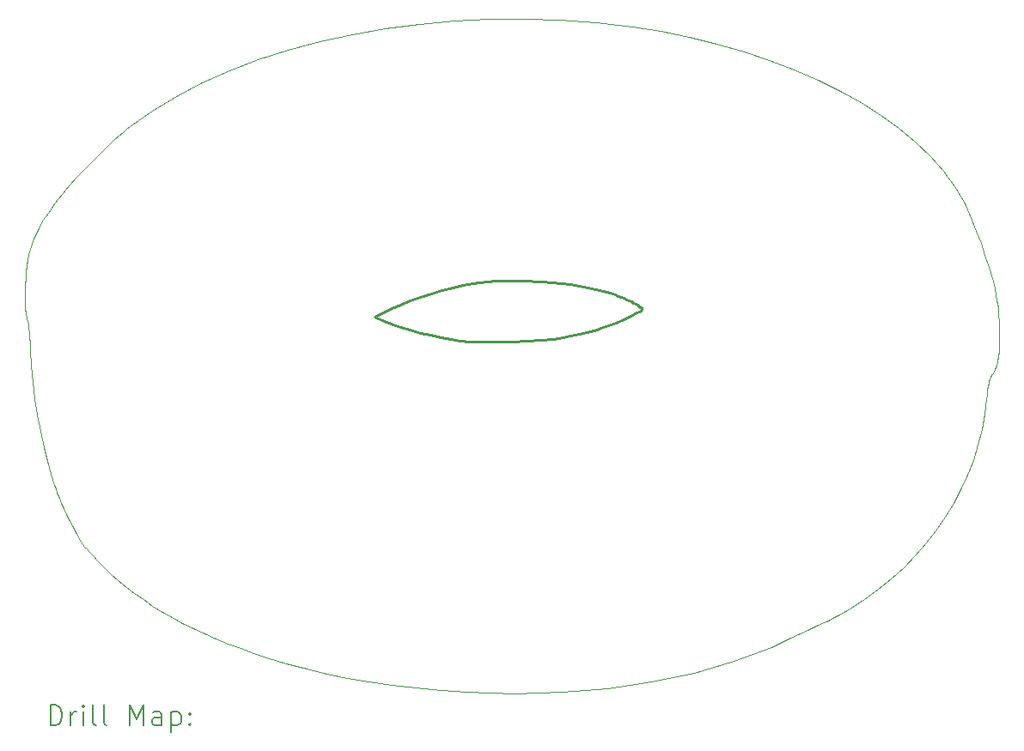
<source format=gbr>
%FSLAX45Y45*%
G04 Gerber Fmt 4.5, Leading zero omitted, Abs format (unit mm)*
G04 Created by KiCad (PCBNEW (6.0.2-0)) date 2022-12-05 13:59:55*
%MOMM*%
%LPD*%
G01*
G04 APERTURE LIST*
%TA.AperFunction,Profile*%
%ADD10C,0.100000*%
%TD*%
%TA.AperFunction,Profile*%
%ADD11C,0.220460*%
%TD*%
%ADD12C,0.200000*%
G04 APERTURE END LIST*
D10*
X20299638Y-9911788D02*
X20043849Y-9887612D01*
X20043849Y-9887612D02*
X19805123Y-9859851D01*
X19805123Y-9859851D02*
X19580564Y-9827962D01*
X19580564Y-9827962D02*
X19367278Y-9791404D01*
X19367278Y-9791404D02*
X19162371Y-9749634D01*
X19162371Y-9749634D02*
X18962947Y-9702111D01*
X18962947Y-9702111D02*
X18766111Y-9648291D01*
X18766111Y-9648291D02*
X18568971Y-9587633D01*
X18568971Y-9587633D02*
X18438670Y-9543946D01*
X18438670Y-9543946D02*
X18312483Y-9498678D01*
X18312483Y-9498678D02*
X18190373Y-9451808D01*
X18190373Y-9451808D02*
X18072304Y-9403315D01*
X18072304Y-9403315D02*
X17958240Y-9353179D01*
X17958240Y-9353179D02*
X17848143Y-9301380D01*
X17848143Y-9301380D02*
X17741976Y-9247896D01*
X17741976Y-9247896D02*
X17639704Y-9192708D01*
X17639704Y-9192708D02*
X17541288Y-9135795D01*
X17541288Y-9135795D02*
X17446694Y-9077137D01*
X17446694Y-9077137D02*
X17355883Y-9016712D01*
X17355883Y-9016712D02*
X17268820Y-8954501D01*
X17268820Y-8954501D02*
X17185467Y-8890482D01*
X17185467Y-8890482D02*
X17105788Y-8824636D01*
X17105788Y-8824636D02*
X17029746Y-8756943D01*
X17029746Y-8756943D02*
X16957305Y-8687380D01*
X16957305Y-8687380D02*
X16892465Y-8621927D01*
X16892465Y-8621927D02*
X16864811Y-8593188D01*
X16864811Y-8593188D02*
X16839863Y-8566454D01*
X16839863Y-8566454D02*
X16817269Y-8541237D01*
X16817269Y-8541237D02*
X16796678Y-8517049D01*
X16796678Y-8517049D02*
X16777736Y-8493399D01*
X16777736Y-8493399D02*
X16760090Y-8469800D01*
X16760090Y-8469800D02*
X16743390Y-8445763D01*
X16743390Y-8445763D02*
X16727281Y-8420799D01*
X16727281Y-8420799D02*
X16711412Y-8394418D01*
X16711412Y-8394418D02*
X16695430Y-8366132D01*
X16695430Y-8366132D02*
X16678983Y-8335453D01*
X16678983Y-8335453D02*
X16661718Y-8301890D01*
X16661718Y-8301890D02*
X16623324Y-8224161D01*
X16623324Y-8224161D02*
X16598038Y-8171242D01*
X16598038Y-8171242D02*
X16573159Y-8117524D01*
X16573159Y-8117524D02*
X16549322Y-8064492D01*
X16549322Y-8064492D02*
X16527165Y-8013635D01*
X16527165Y-8013635D02*
X16507325Y-7966439D01*
X16507325Y-7966439D02*
X16490438Y-7924390D01*
X16490438Y-7924390D02*
X16477140Y-7888975D01*
X16477140Y-7888975D02*
X16468070Y-7861681D01*
X16468070Y-7861681D02*
X16418594Y-7687011D01*
X16418594Y-7687011D02*
X16375632Y-7518115D01*
X16375632Y-7518115D02*
X16338916Y-7353434D01*
X16338916Y-7353434D02*
X16308177Y-7191413D01*
X16308177Y-7191413D02*
X16283146Y-7030492D01*
X16283146Y-7030492D02*
X16263553Y-6869115D01*
X16263553Y-6869115D02*
X16249130Y-6705725D01*
X16249130Y-6705725D02*
X16239609Y-6538765D01*
X16239609Y-6538765D02*
X16236887Y-6484639D01*
X16236887Y-6484639D02*
X16233432Y-6432257D01*
X16233432Y-6432257D02*
X16229385Y-6382899D01*
X16229385Y-6382899D02*
X16224888Y-6337849D01*
X16224888Y-6337849D02*
X16220081Y-6298386D01*
X16220081Y-6298386D02*
X16215105Y-6265792D01*
X16215105Y-6265792D02*
X16210102Y-6241349D01*
X16210102Y-6241349D02*
X16207635Y-6232584D01*
X16207635Y-6232584D02*
X16205213Y-6226338D01*
X16205213Y-6226338D02*
X16202659Y-6219799D01*
X16202659Y-6219799D02*
X16200325Y-6211215D01*
X16200325Y-6211215D02*
X16198213Y-6200659D01*
X16198213Y-6200659D02*
X16196328Y-6188205D01*
X16196328Y-6188205D02*
X16194672Y-6173928D01*
X16194672Y-6173928D02*
X16193248Y-6157901D01*
X16193248Y-6157901D02*
X16192060Y-6140198D01*
X16192060Y-6140198D02*
X16191110Y-6120893D01*
X16191110Y-6120893D02*
X16189936Y-6077773D01*
X16189936Y-6077773D02*
X16189753Y-6029133D01*
X16189753Y-6029133D02*
X16190584Y-5975564D01*
X16190584Y-5975564D02*
X16192453Y-5917657D01*
X16192453Y-5917657D02*
X16195983Y-5848889D01*
X16195983Y-5848889D02*
X16201035Y-5784352D01*
X16201035Y-5784352D02*
X16207838Y-5723477D01*
X16207838Y-5723477D02*
X16216622Y-5665695D01*
X16216622Y-5665695D02*
X16227616Y-5610436D01*
X16227616Y-5610436D02*
X16241051Y-5557132D01*
X16241051Y-5557132D02*
X16257156Y-5505213D01*
X16257156Y-5505213D02*
X16276160Y-5454110D01*
X16276160Y-5454110D02*
X16298293Y-5403255D01*
X16298293Y-5403255D02*
X16323785Y-5352078D01*
X16323785Y-5352078D02*
X16352866Y-5300009D01*
X16352866Y-5300009D02*
X16385764Y-5246481D01*
X16385764Y-5246481D02*
X16422710Y-5190924D01*
X16422710Y-5190924D02*
X16463933Y-5132768D01*
X16463933Y-5132768D02*
X16509663Y-5071445D01*
X16509663Y-5071445D02*
X16560129Y-5006386D01*
X16560129Y-5006386D02*
X16589096Y-4970749D01*
X16589096Y-4970749D02*
X16622449Y-4931661D01*
X16622449Y-4931661D02*
X16699982Y-4845443D01*
X16699982Y-4845443D02*
X16788071Y-4752364D01*
X16788071Y-4752364D02*
X16882058Y-4657058D01*
X16882058Y-4657058D02*
X16977287Y-4564155D01*
X16977287Y-4564155D02*
X17069102Y-4478289D01*
X17069102Y-4478289D02*
X17152844Y-4404090D01*
X17152844Y-4404090D02*
X17190232Y-4372815D01*
X17190232Y-4372815D02*
X17223857Y-4346193D01*
X17223857Y-4346193D02*
X17442838Y-4191713D01*
X17442838Y-4191713D02*
X17680051Y-4048437D01*
X17680051Y-4048437D02*
X17934173Y-3916624D01*
X17934173Y-3916624D02*
X18203879Y-3796539D01*
X18203879Y-3796539D02*
X18487843Y-3688443D01*
X18487843Y-3688443D02*
X18784743Y-3592599D01*
X18784743Y-3592599D02*
X19093253Y-3509269D01*
X19093253Y-3509269D02*
X19412048Y-3438715D01*
X19412048Y-3438715D02*
X19739805Y-3381200D01*
X19739805Y-3381200D02*
X20075199Y-3336986D01*
X20075199Y-3336986D02*
X20416906Y-3306335D01*
X20416906Y-3306335D02*
X20763600Y-3289510D01*
X20763600Y-3289510D02*
X21113958Y-3286773D01*
X21113958Y-3286773D02*
X21466656Y-3298387D01*
X21466656Y-3298387D02*
X21820367Y-3324614D01*
X21820367Y-3324614D02*
X22173769Y-3365715D01*
X22173769Y-3365715D02*
X22459136Y-3410922D01*
X22459136Y-3410922D02*
X22737939Y-3466738D01*
X22737939Y-3466738D02*
X23009268Y-3532682D01*
X23009268Y-3532682D02*
X23272216Y-3608275D01*
X23272216Y-3608275D02*
X23525873Y-3693035D01*
X23525873Y-3693035D02*
X23769331Y-3786484D01*
X23769331Y-3786484D02*
X24001681Y-3888141D01*
X24001681Y-3888141D02*
X24222013Y-3997525D01*
X24222013Y-3997525D02*
X24429420Y-4114156D01*
X24429420Y-4114156D02*
X24622991Y-4237554D01*
X24622991Y-4237554D02*
X24801819Y-4367239D01*
X24801819Y-4367239D02*
X24964995Y-4502731D01*
X24964995Y-4502731D02*
X25111610Y-4643549D01*
X25111610Y-4643549D02*
X25240754Y-4789213D01*
X25240754Y-4789213D02*
X25351520Y-4939244D01*
X25351520Y-4939244D02*
X25442997Y-5093159D01*
X25442997Y-5093159D02*
X25461567Y-5130183D01*
X25461567Y-5130183D02*
X25481218Y-5172262D01*
X25481218Y-5172262D02*
X25522876Y-5269092D01*
X25522876Y-5269092D02*
X25566199Y-5378669D01*
X25566199Y-5378669D02*
X25609414Y-5496014D01*
X25609414Y-5496014D02*
X25650748Y-5616144D01*
X25650748Y-5616144D02*
X25688426Y-5734081D01*
X25688426Y-5734081D02*
X25720677Y-5844844D01*
X25720677Y-5844844D02*
X25745727Y-5943452D01*
X25745727Y-5943452D02*
X25758755Y-6005744D01*
X25758755Y-6005744D02*
X25769756Y-6069800D01*
X25769756Y-6069800D02*
X25778750Y-6134983D01*
X25778750Y-6134983D02*
X25785754Y-6200656D01*
X25785754Y-6200656D02*
X25790787Y-6266180D01*
X25790787Y-6266180D02*
X25793867Y-6330919D01*
X25793867Y-6330919D02*
X25795012Y-6394235D01*
X25795012Y-6394235D02*
X25794242Y-6455491D01*
X25794242Y-6455491D02*
X25791572Y-6514049D01*
X25791572Y-6514049D02*
X25787024Y-6569272D01*
X25787024Y-6569272D02*
X25780614Y-6620523D01*
X25780614Y-6620523D02*
X25772360Y-6667164D01*
X25772360Y-6667164D02*
X25762282Y-6708558D01*
X25762282Y-6708558D02*
X25750397Y-6744067D01*
X25750397Y-6744067D02*
X25736724Y-6773054D01*
X25736724Y-6773054D02*
X25721281Y-6794881D01*
X25721281Y-6794881D02*
X25718901Y-6797673D01*
X25718901Y-6797673D02*
X25716570Y-6800735D01*
X25716570Y-6800735D02*
X25712053Y-6807678D01*
X25712053Y-6807678D02*
X25707727Y-6815726D01*
X25707727Y-6815726D02*
X25703588Y-6824900D01*
X25703588Y-6824900D02*
X25699632Y-6835216D01*
X25699632Y-6835216D02*
X25695853Y-6846693D01*
X25695853Y-6846693D02*
X25692249Y-6859349D01*
X25692249Y-6859349D02*
X25688815Y-6873202D01*
X25688815Y-6873202D02*
X25685546Y-6888271D01*
X25685546Y-6888271D02*
X25682439Y-6904572D01*
X25682439Y-6904572D02*
X25679489Y-6922125D01*
X25679489Y-6922125D02*
X25676692Y-6940947D01*
X25676692Y-6940947D02*
X25674044Y-6961057D01*
X25674044Y-6961057D02*
X25671541Y-6982473D01*
X25671541Y-6982473D02*
X25669179Y-7005212D01*
X25669179Y-7005212D02*
X25666952Y-7029293D01*
X25666952Y-7029293D02*
X25648382Y-7184918D01*
X25648382Y-7184918D02*
X25620112Y-7338538D01*
X25620112Y-7338538D02*
X25582346Y-7489838D01*
X25582346Y-7489838D02*
X25535288Y-7638506D01*
X25535288Y-7638506D02*
X25479141Y-7784227D01*
X25479141Y-7784227D02*
X25414110Y-7926687D01*
X25414110Y-7926687D02*
X25340398Y-8065573D01*
X25340398Y-8065573D02*
X25258210Y-8200571D01*
X25258210Y-8200571D02*
X25167748Y-8331366D01*
X25167748Y-8331366D02*
X25069218Y-8457646D01*
X25069218Y-8457646D02*
X24962822Y-8579096D01*
X24962822Y-8579096D02*
X24848765Y-8695402D01*
X24848765Y-8695402D02*
X24727250Y-8806250D01*
X24727250Y-8806250D02*
X24598482Y-8911328D01*
X24598482Y-8911328D02*
X24462664Y-9010320D01*
X24462664Y-9010320D02*
X24320000Y-9102913D01*
X24320000Y-9102913D02*
X24288327Y-9121936D01*
X24288327Y-9121936D02*
X24254568Y-9141591D01*
X24254568Y-9141591D02*
X24219763Y-9161313D01*
X24219763Y-9161313D02*
X24184951Y-9180533D01*
X24184951Y-9180533D02*
X24151173Y-9198686D01*
X24151173Y-9198686D02*
X24119469Y-9215206D01*
X24119469Y-9215206D02*
X24090878Y-9229524D01*
X24090878Y-9229524D02*
X24066441Y-9241074D01*
X24066441Y-9241074D02*
X24005861Y-9269016D01*
X24005861Y-9269016D02*
X23919816Y-9309329D01*
X23919816Y-9309329D02*
X23717172Y-9405493D01*
X23717172Y-9405493D02*
X23543269Y-9483982D01*
X23543269Y-9483982D02*
X23362350Y-9556479D01*
X23362350Y-9556479D02*
X23174785Y-9622932D01*
X23174785Y-9622932D02*
X22980943Y-9683284D01*
X22980943Y-9683284D02*
X22781193Y-9737481D01*
X22781193Y-9737481D02*
X22575905Y-9785469D01*
X22575905Y-9785469D02*
X22365448Y-9827193D01*
X22365448Y-9827193D02*
X22150190Y-9862597D01*
X22150190Y-9862597D02*
X21930502Y-9891628D01*
X21930502Y-9891628D02*
X21706752Y-9914231D01*
X21706752Y-9914231D02*
X21479310Y-9930350D01*
X21479310Y-9930350D02*
X21248545Y-9939932D01*
X21248545Y-9939932D02*
X21014826Y-9942921D01*
X21014826Y-9942921D02*
X20778522Y-9939264D01*
X20778522Y-9939264D02*
X20540003Y-9928904D01*
X20540003Y-9928904D02*
X20299638Y-9911788D01*
X20299638Y-9911788D02*
X20299638Y-9911788D01*
X20299638Y-9911788D02*
X20299638Y-9911788D01*
D11*
X21488181Y-6428899D02*
X21566426Y-6412952D01*
X21566426Y-6412952D02*
X21650614Y-6394680D01*
X21650614Y-6394680D02*
X21730634Y-6376340D01*
X21730634Y-6376340D02*
X21796373Y-6360184D01*
X21796373Y-6360184D02*
X21826983Y-6351587D01*
X21826983Y-6351587D02*
X21860856Y-6340900D01*
X21860856Y-6340900D02*
X21935502Y-6314532D01*
X21935502Y-6314532D02*
X22014529Y-6283628D01*
X22014529Y-6283628D02*
X22092155Y-6250734D01*
X22092155Y-6250734D02*
X22162596Y-6218399D01*
X22162596Y-6218399D02*
X22220070Y-6189169D01*
X22220070Y-6189169D02*
X22242137Y-6176515D01*
X22242137Y-6176515D02*
X22258795Y-6165592D01*
X22258795Y-6165592D02*
X22269319Y-6156720D01*
X22269319Y-6156720D02*
X22272056Y-6153152D01*
X22272056Y-6153152D02*
X22272988Y-6150216D01*
X22272988Y-6150216D02*
X22272470Y-6147757D01*
X22272470Y-6147757D02*
X22270941Y-6144936D01*
X22270941Y-6144936D02*
X22268442Y-6141773D01*
X22268442Y-6141773D02*
X22265012Y-6138288D01*
X22265012Y-6138288D02*
X22255518Y-6130431D01*
X22255518Y-6130431D02*
X22242779Y-6121522D01*
X22242779Y-6121522D02*
X22227112Y-6111722D01*
X22227112Y-6111722D02*
X22208835Y-6101187D01*
X22208835Y-6101187D02*
X22188266Y-6090078D01*
X22188266Y-6090078D02*
X22165724Y-6078553D01*
X22165724Y-6078553D02*
X22141527Y-6066770D01*
X22141527Y-6066770D02*
X22115992Y-6054888D01*
X22115992Y-6054888D02*
X22089438Y-6043066D01*
X22089438Y-6043066D02*
X22062183Y-6031462D01*
X22062183Y-6031462D02*
X22034545Y-6020235D01*
X22034545Y-6020235D02*
X22006843Y-6009543D01*
X22006843Y-6009543D02*
X21979393Y-5999546D01*
X21979393Y-5999546D02*
X21952515Y-5990401D01*
X21952515Y-5990401D02*
X21887173Y-5971025D01*
X21887173Y-5971025D02*
X21814639Y-5953126D01*
X21814639Y-5953126D02*
X21735912Y-5936774D01*
X21735912Y-5936774D02*
X21651991Y-5922038D01*
X21651991Y-5922038D02*
X21563875Y-5908988D01*
X21563875Y-5908988D02*
X21472563Y-5897694D01*
X21472563Y-5897694D02*
X21284344Y-5880648D01*
X21284344Y-5880648D02*
X21095327Y-5871457D01*
X21095327Y-5871457D02*
X21003016Y-5869981D01*
X21003016Y-5869981D02*
X20913502Y-5870677D01*
X20913502Y-5870677D02*
X20827783Y-5873614D01*
X20827783Y-5873614D02*
X20746859Y-5878862D01*
X20746859Y-5878862D02*
X20671728Y-5886491D01*
X20671728Y-5886491D02*
X20603389Y-5896570D01*
X20603389Y-5896570D02*
X20506581Y-5915618D01*
X20506581Y-5915618D02*
X20404412Y-5939556D01*
X20404412Y-5939556D02*
X20299110Y-5967687D01*
X20299110Y-5967687D02*
X20192902Y-5999313D01*
X20192902Y-5999313D02*
X20088014Y-6033738D01*
X20088014Y-6033738D02*
X19986674Y-6070265D01*
X19986674Y-6070265D02*
X19891108Y-6108198D01*
X19891108Y-6108198D02*
X19803544Y-6146839D01*
X19803544Y-6146839D02*
X19638179Y-6224234D01*
X19638179Y-6224234D02*
X19748422Y-6275646D01*
X19748422Y-6275646D02*
X19778133Y-6288619D01*
X19778133Y-6288619D02*
X19812411Y-6302033D01*
X19812411Y-6302033D02*
X19892555Y-6329642D01*
X19892555Y-6329642D02*
X19984638Y-6357400D01*
X19984638Y-6357400D02*
X20084438Y-6384233D01*
X20084438Y-6384233D02*
X20187738Y-6409069D01*
X20187738Y-6409069D02*
X20290317Y-6430834D01*
X20290317Y-6430834D02*
X20387958Y-6448455D01*
X20387958Y-6448455D02*
X20433607Y-6455375D01*
X20433607Y-6455375D02*
X20476440Y-6460857D01*
X20476440Y-6460857D02*
X20579787Y-6469040D01*
X20579787Y-6469040D02*
X20705365Y-6473249D01*
X20705365Y-6473249D02*
X20845363Y-6473733D01*
X20845363Y-6473733D02*
X20991966Y-6470737D01*
X20991966Y-6470737D02*
X21137363Y-6464509D01*
X21137363Y-6464509D02*
X21273739Y-6455296D01*
X21273739Y-6455296D02*
X21393283Y-6443343D01*
X21393283Y-6443343D02*
X21444300Y-6436417D01*
X21444300Y-6436417D02*
X21488180Y-6428898D01*
X21488180Y-6428898D02*
X21488181Y-6428899D01*
X21488181Y-6428899D02*
X21488181Y-6428899D01*
D12*
X16442372Y-10258398D02*
X16442372Y-10058398D01*
X16489991Y-10058398D01*
X16518562Y-10067921D01*
X16537610Y-10086969D01*
X16547134Y-10106017D01*
X16556657Y-10144112D01*
X16556657Y-10172683D01*
X16547134Y-10210779D01*
X16537610Y-10229826D01*
X16518562Y-10248874D01*
X16489991Y-10258398D01*
X16442372Y-10258398D01*
X16642372Y-10258398D02*
X16642372Y-10125064D01*
X16642372Y-10163159D02*
X16651895Y-10144112D01*
X16661419Y-10134588D01*
X16680467Y-10125064D01*
X16699515Y-10125064D01*
X16766181Y-10258398D02*
X16766181Y-10125064D01*
X16766181Y-10058398D02*
X16756657Y-10067921D01*
X16766181Y-10077445D01*
X16775705Y-10067921D01*
X16766181Y-10058398D01*
X16766181Y-10077445D01*
X16889991Y-10258398D02*
X16870943Y-10248874D01*
X16861419Y-10229826D01*
X16861419Y-10058398D01*
X16994753Y-10258398D02*
X16975705Y-10248874D01*
X16966181Y-10229826D01*
X16966181Y-10058398D01*
X17223324Y-10258398D02*
X17223324Y-10058398D01*
X17289991Y-10201255D01*
X17356657Y-10058398D01*
X17356657Y-10258398D01*
X17537610Y-10258398D02*
X17537610Y-10153636D01*
X17528086Y-10134588D01*
X17509038Y-10125064D01*
X17470943Y-10125064D01*
X17451896Y-10134588D01*
X17537610Y-10248874D02*
X17518562Y-10258398D01*
X17470943Y-10258398D01*
X17451896Y-10248874D01*
X17442372Y-10229826D01*
X17442372Y-10210779D01*
X17451896Y-10191731D01*
X17470943Y-10182207D01*
X17518562Y-10182207D01*
X17537610Y-10172683D01*
X17632848Y-10125064D02*
X17632848Y-10325064D01*
X17632848Y-10134588D02*
X17651896Y-10125064D01*
X17689991Y-10125064D01*
X17709038Y-10134588D01*
X17718562Y-10144112D01*
X17728086Y-10163159D01*
X17728086Y-10220302D01*
X17718562Y-10239350D01*
X17709038Y-10248874D01*
X17689991Y-10258398D01*
X17651896Y-10258398D01*
X17632848Y-10248874D01*
X17813800Y-10239350D02*
X17823324Y-10248874D01*
X17813800Y-10258398D01*
X17804277Y-10248874D01*
X17813800Y-10239350D01*
X17813800Y-10258398D01*
X17813800Y-10134588D02*
X17823324Y-10144112D01*
X17813800Y-10153636D01*
X17804277Y-10144112D01*
X17813800Y-10134588D01*
X17813800Y-10153636D01*
M02*

</source>
